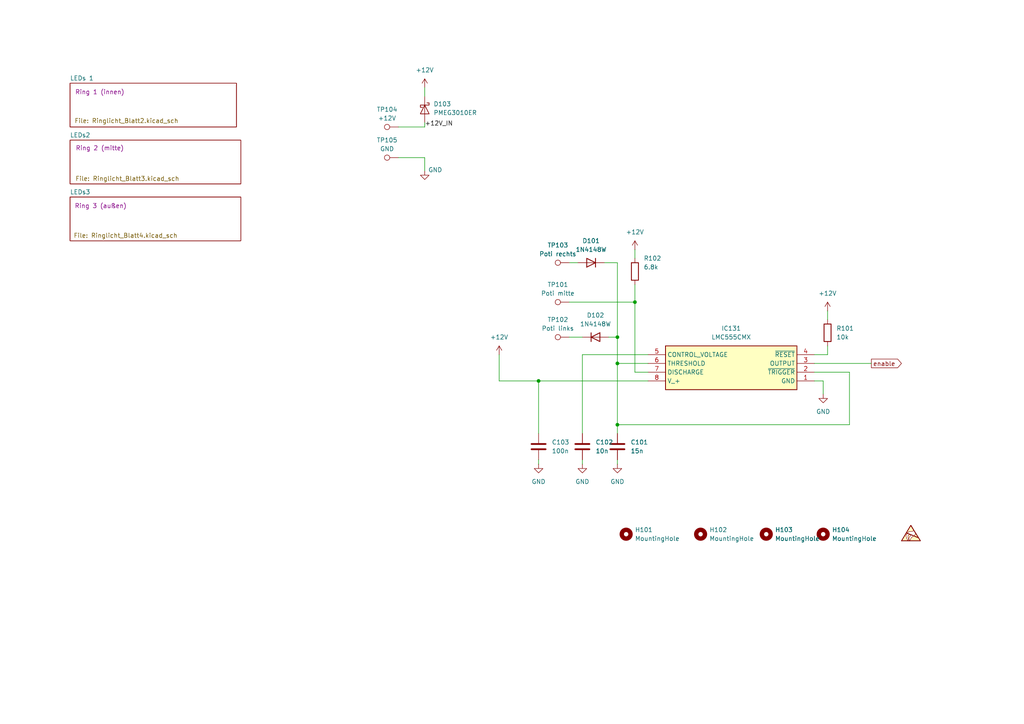
<source format=kicad_sch>
(kicad_sch (version 20250114) (generator "eeschema") (generator_version "9.0")
  (paper "A4")
  (lib_symbols
    (symbol "Connector:TestPoint" (pin_numbers (hide yes)) (pin_names (offset 0.762) (hide yes))
      (property "Reference" "TP" (at 0 6.858 0))
      (property "Value" "TestPoint" (at 0 5.08 0))
      (symbol "TestPoint_0_1"
        (circle (center 0 3.302) (radius 0.762))
      )
      (symbol "TestPoint_1_1"
        (pin passive line (at 0 0 90) (length 2.54) (name "1") (number "1"))
      )
    )
    (symbol "Device:C" (pin_numbers (hide yes)) (pin_names (offset 0.254))
      (property "Reference" "C" (at 0.635 2.54 0))
      (property "Value" "C" (at 0.635 -2.54 0))
      (symbol "C_0_1"
        (polyline (pts (xy -2.032 0.762) (xy 2.032 0.762)) (stroke (width 0.508)))
        (polyline (pts (xy -2.032 -0.762) (xy 2.032 -0.762)) (stroke (width 0.508)))
      )
      (symbol "C_1_1"
        (pin passive line (at 0 3.81 270) (length 2.794) (name "~") (number "1"))
        (pin passive line (at 0 -3.81 90) (length 2.794) (name "~") (number "2"))
      )
    )
    (symbol "Device:R" (pin_numbers (hide yes)) (pin_names (offset 0))
      (property "Reference" "R" (at 2.032 0 90))
      (property "Value" "R" (at 0 0 90))
      (symbol "R_0_1"
        (rectangle (start -1.016 -2.54) (end 1.016 2.54) (stroke (width 0.254)))
      )
      (symbol "R_1_1"
        (pin passive line (at 0 3.81 270) (length 1.27) (name "~") (number "1"))
        (pin passive line (at 0 -3.81 90) (length 1.27) (name "~") (number "2"))
      )
    )
    (symbol "Diode:1N4148W" (pin_numbers (hide yes)) (pin_names (hide yes))
      (property "Reference" "D" (at 0 2.54 0))
      (property "Value" "1N4148W" (at 0 -2.54 0))
      (symbol "1N4148W_0_1"
        (polyline (pts (xy -1.27 1.27) (xy -1.27 -1.27)) (stroke (width 0.254)))
        (polyline (pts (xy 1.27 1.27) (xy 1.27 -1.27) (xy -1.27 0) (xy 1.27 1.27)) (stroke (width 0.254)))
        (polyline (pts (xy 1.27 0) (xy -1.27 0)))
      )
      (symbol "1N4148W_1_1"
        (pin passive line (at -3.81 0 0) (length 2.54) (name "K") (number "1"))
        (pin passive line (at 3.81 0 180) (length 2.54) (name "A") (number "2"))
      )
    )
    (symbol "Diode:PMEG3010ER" (pin_numbers (hide yes)) (pin_names (hide yes))
      (property "Reference" "D" (at 0 2.54 0))
      (property "Value" "PMEG3010ER" (at 0 -2.54 0))
      (symbol "PMEG3010ER_0_1"
        (polyline (pts (xy -1.905 0.635) (xy -1.905 1.27) (xy -1.27 1.27) (xy -1.27 -1.27) (xy -0.635 -1.27) (xy -0.635 -0.635)) (stroke (width 0.2032)))
        (polyline (pts (xy 1.27 1.27) (xy 1.27 -1.27) (xy -1.27 0) (xy 1.27 1.27)) (stroke (width 0.2032)))
        (polyline (pts (xy 1.27 0) (xy -1.27 0)))
      )
      (symbol "PMEG3010ER_1_1"
        (pin passive line (at -3.81 0 0) (length 2.54) (name "K") (number "1"))
        (pin passive line (at 3.81 0 180) (length 2.54) (name "A") (number "2"))
      )
    )
    (symbol "Graphic:SYM_ESD_Small" (in_bom no) (on_board no)
      (symbol "SYM_ESD_Small_0_0"
        (polyline (pts (xy -2.667 -1.905) (xy 2.794 -1.905) (xy 0 2.54) (xy -2.667 -1.905)) (stroke (width 0.254)))
        (polyline (pts (xy -1.27 0.381) (xy 2.159 -1.016)) (stroke (width 0.254)))
        (polyline (pts (xy 2.7432 -1.905) (xy 2.7178 -1.8796) (xy 2.6162 -1.6764) (xy 2.5654 -1.6002) (xy 2.4892 -1.4986) (xy 2.4384 -1.3716) (xy 1.7526 -0.2286) (xy 1.7018 -0.127) (xy 1.6256 -0.0508) (xy 1.6002 0.0508) (xy 1.5494 0.1016) (xy 1.4986 0.2032) (xy 1.4732 0.2286) (xy 1.4732 0.2032) (xy 1.4478 0.2032) (xy 1.3208 0.0762) (xy 1.2954 0.0254) (xy 1.2954 -0.0254) (xy 1.27 -0.0762) (xy 1.2446 -0.1524) (xy 1.143 -0.254) (xy 1.0922 -0.3302) (xy 1.0414 -0.3556) (xy 0.9144 -0.4826) (xy 0.762 -0.5842) (xy 0.6604 -0.6604) (xy 0.508 -0.762) (xy 0.4572 -0.8128) (xy 0.3556 -0.8636) (xy 0.3048 -0.9144) (xy 0.2286 -0.9652) (xy 0.0762 -1.1938) (xy 0.0254 -1.2954) (xy -0.0254 -1.4224) (xy -0.0508 -1.4986) (xy -0.1016 -1.5748) (xy -0.127 -1.651) (xy -0.1778 -1.6764) (xy -0.2032 -1.7272) (xy -0.254 -1.7526) (xy -0.4064 -1.7526) (xy -0.4064 -1.7272) (xy -0.4572 -1.7018) (xy -0.4826 -1.6256) (xy -0.508 -1.524) (xy -0.508 -1.0922) (xy -0.4572 -0.889) (xy -0.4064 -0.8128) (xy -0.254 -0.6604) (xy -0.2032 -0.5842) (xy -0.127 -0.5334) (xy -0.1016 -0.4826) (xy -0.0762 -0.4064) (xy -0.0508 -0.3556) (xy -0.0254 -0.3302) (xy -0.0254 -0.2794) (xy 0 -0.2286) (xy -0.0762 -0.1524) (xy -0.127 -0.127) (xy -0.1524 -0.0762) (xy -0.2032 -0.0508) (xy -0.2286 -0.0254) (xy -0.254 -0.0254) (xy -0.3048 -0.0762) (xy -0.3556 -0.1016) (xy -0.4318 -0.127) (xy -0.4826 -0.1524) (xy -0.5588 -0.2286) (xy -0.6096 -0.254) (xy -0.8382 -0.4826) (xy -0.8128 -0.5588) (xy -0.7874 -0.5842) (xy -0.7874 -0.8636) (xy -0.8128 -0.889) (xy -0.8128 -0.9652) (xy -0.762 -1.016) (xy -0.762 -1.0414) (xy -0.6604 -1.2954) (xy -0.6604 -1.5748) (xy -0.6858 -1.6002) (xy -0.6858 -1.6256) (xy -0.7366 -1.7018) (xy -0.8382 -1.7526) (xy -0.9144 -1.7526) (xy -0.9398 -1.7272) (xy -0.9652 -1.6764) (xy -1.016 -1.6002) (xy -1.0414 -1.524) (xy -1.143 -1.27) (xy -1.2192 -1.0414) (xy -1.27 -0.9652) (xy -1.2954 -0.889) (xy -1.3208 -0.8382) (xy -1.3208 -0.8128) (xy -1.3716 -0.7112) (xy -1.397 -0.5842) (xy -1.397 -0.4826) (xy -1.3716 -0.381) (xy -1.3208 -0.254) (xy -1.2954 -0.2032) (xy -1.1938 -0.0508) (xy -1.0414 0.1524) (xy -0.9906 0.2032) (xy -0.9652 0.254) (xy -0.9144 0.3302) (xy -0.889 0.381) (xy -0.8636 0.381) (xy -0.8128 0.508) (xy -0.6096 0.7112) (xy -0.5334 0.7366) (xy -0.508 0.762) (xy -0.4318 0.762) (xy -0.3556 0.7874) (xy -0.2286 0.8128) (xy -0.1016 0.8128) (xy 0.0508 0.8382) (xy 0.2032 0.8382) (xy 0.3048 0.8636) (xy 0.4826 0.8636) (xy 0.5334 0.889) (xy 0.5842 0.889) (xy 0.6858 0.9398) (xy 0.7112 0.9652) (xy 0.762 0.9906) (xy 0.8128 1.0414) (xy 0.8636 1.0668) (xy 0.889 1.1176) (xy 0.9144 1.143) (xy 0.9144 1.1938) (xy 0.889 1.2192) (xy 0.8636 1.27) (xy 0.8128 1.3462) (xy 0.7112 1.5494) (xy 0.635 1.651) (xy 0.5842 1.7526) (xy 0.508 1.8796) (xy 0.4572 1.9558) (xy 0.381 2.0828) (xy 0.3048 2.1844) (xy 0.254 2.286) (xy 0.2032 2.3622) (xy 0.1778 2.4384) (xy 0.1016 2.5146) (xy 0.1016 2.54) (xy 0.0762 2.5654) (xy 0.0762 2.5908) (xy 0.0254 2.5908) (xy 0.0254 2.5654) (xy -0.0254 2.5146) (xy -0.1016 2.3622) (xy -0.254 2.1336) (xy -0.3048 2.032) (xy -0.4572 1.778) (xy -0.5588 1.6256) (xy -0.762 1.27) (xy -0.889 1.0668) (xy -1.016 0.8382) (xy -1.1684 0.6096) (xy -1.3208 0.3302) (xy -1.397 0.2032) (xy -1.524 -0.0254) (xy -1.778 -0.4318) (xy -1.8796 -0.635) (xy -2.0066 -0.8128) (xy -2.1082 -0.9906) (xy -2.2098 -1.143) (xy -2.286 -1.2954) (xy -2.4384 -1.5494) (xy -2.4892 -1.651) (xy -2.5654 -1.7526) (xy -2.5908 -1.8288) (xy -2.6162 -1.8796) (xy -2.6416 -1.905) (xy -2.6416 -1.9304) (xy 2.7432 -1.9304) (xy 2.7432 -1.905)) (stroke (width 0.127)) (fill (type background)))
      )
    )
    (symbol "Mechanical:MountingHole" (pin_names (offset 1.016)) (exclude_from_sim yes) (in_bom no)
      (property "Reference" "H" (at 0 5.08 0))
      (property "Value" "MountingHole" (at 0 3.175 0))
      (symbol "MountingHole_0_1"
        (circle (center 0 0) (radius 1.27) (stroke (width 1.27)))
      )
    )
    (symbol "Treiber:LMC555CMX"
      (property "Reference" "IC" (at 44.45 7.62 0))
      (property "Value" "LMC555CMX" (at 44.45 5.08 0))
      (symbol "LMC555CMX_1_1"
        (rectangle (start 5.08 2.54) (end 43.18 -10.16) (stroke (width 0.254)) (fill (type background)))
        (pin passive line (at 0 0 0) (length 5.08) (name "GND") (number "1"))
        (pin passive line (at 0 -2.54 0) (length 5.08) (name "~{TRIGGER}") (number "2"))
        (pin passive line (at 0 -5.08 0) (length 5.08) (name "OUTPUT") (number "3"))
        (pin passive line (at 0 -7.62 0) (length 5.08) (name "~{RESET}") (number "4"))
        (pin passive line (at 48.26 0 180) (length 5.08) (name "V_+") (number "8"))
        (pin passive line (at 48.26 -2.54 180) (length 5.08) (name "DISCHARGE") (number "7"))
        (pin passive line (at 48.26 -5.08 180) (length 5.08) (name "THRESHOLD") (number "6"))
        (pin passive line (at 48.26 -7.62 180) (length 5.08) (name "CONTROL_VOLTAGE") (number "5"))
      )
    )
    (symbol "power:+12V" (power) (pin_numbers (hide yes)) (pin_names (offset 0) (hide yes))
      (property "Value" "+12V" (at 0 3.556 0))
      (symbol "+12V_0_1"
        (polyline (pts (xy -0.762 1.27) (xy 0 2.54)))
        (polyline (pts (xy 0 2.54) (xy 0.762 1.27)))
        (polyline (pts (xy 0 0) (xy 0 2.54)))
      )
      (symbol "+12V_1_1"
        (pin power_in line (at 0 0 90) (length 0) (name "~") (number "1"))
      )
    )
    (symbol "power:GND" (power) (pin_numbers (hide yes)) (pin_names (offset 0) (hide yes))
      (property "Value" "GND" (at 0 -3.81 0))
      (symbol "GND_0_1"
        (polyline (pts (xy 0 0) (xy 0 -1.27) (xy 1.27 -1.27) (xy 0 -2.54) (xy -1.27 -1.27) (xy 0 -1.27)))
      )
      (symbol "GND_1_1"
        (pin power_in line (at 0 0 270) (length 0) (name "~") (number "1"))
      )
    )
  )
  (junction (at 156.21 110.49))
  (junction (at 179.07 123.19))
  (junction (at 184.15 87.63))
  (junction (at 179.07 105.41))
  (junction (at 179.07 97.79))
  (wire (pts (xy 179.07 105.41) (xy 187.96 105.41)))
  (wire (pts (xy 167.64 76.2) (xy 165.1 76.2)))
  (wire (pts (xy 184.15 107.95) (xy 187.96 107.95)))
  (wire (pts (xy 236.22 110.49) (xy 238.76 110.49)))
  (wire (pts (xy 184.15 82.55) (xy 184.15 87.63)))
  (wire (pts (xy 144.78 102.87) (xy 144.78 110.49)))
  (wire (pts (xy 246.38 123.19) (xy 179.07 123.19)))
  (wire (pts (xy 165.1 87.63) (xy 184.15 87.63)))
  (wire (pts (xy 238.76 110.49) (xy 238.76 114.3)))
  (wire (pts (xy 179.07 76.2) (xy 175.26 76.2)))
  (wire (pts (xy 123.19 36.83) (xy 123.19 35.56)))
  (wire (pts (xy 240.03 102.87) (xy 236.22 102.87)))
  (wire (pts (xy 123.19 25.4) (xy 123.19 27.94)))
  (wire (pts (xy 168.91 102.87) (xy 168.91 125.73)))
  (wire (pts (xy 168.91 97.79) (xy 165.1 97.79)))
  (wire (pts (xy 168.91 133.35) (xy 168.91 134.62)))
  (wire (pts (xy 179.07 76.2) (xy 179.07 97.79)))
  (wire (pts (xy 115.57 45.72) (xy 123.19 45.72)))
  (wire (pts (xy 179.07 133.35) (xy 179.07 134.62)))
  (wire (pts (xy 176.53 97.79) (xy 179.07 97.79)))
  (wire (pts (xy 246.38 107.95) (xy 246.38 123.19)))
  (wire (pts (xy 156.21 110.49) (xy 156.21 125.73)))
  (wire (pts (xy 236.22 105.41) (xy 252.73 105.41)))
  (wire (pts (xy 156.21 110.49) (xy 187.96 110.49)))
  (wire (pts (xy 179.07 123.19) (xy 179.07 125.73)))
  (wire (pts (xy 179.07 97.79) (xy 179.07 105.41)))
  (wire (pts (xy 240.03 90.17) (xy 240.03 92.71)))
  (wire (pts (xy 184.15 87.63) (xy 184.15 107.95)))
  (wire (pts (xy 184.15 72.39) (xy 184.15 74.93)))
  (wire (pts (xy 115.57 36.83) (xy 123.19 36.83)))
  (wire (pts (xy 156.21 134.62) (xy 156.21 133.35)))
  (wire (pts (xy 144.78 110.49) (xy 156.21 110.49)))
  (wire (pts (xy 236.22 107.95) (xy 246.38 107.95)))
  (wire (pts (xy 179.07 123.19) (xy 179.07 105.41)))
  (wire (pts (xy 240.03 100.33) (xy 240.03 102.87)))
  (wire (pts (xy 123.19 45.72) (xy 123.19 49.53)))
  (wire (pts (xy 187.96 102.87) (xy 168.91 102.87)))
  (label "+12V_IN" (at 123.19 36.83 0))
  (global_label "enable" (shape output) (at 252.73 105.41 0) (property "Intersheetrefs" "${INTERSHEET_REFS}" (effects (hide yes))))
  (symbol (lib_id "Connector:TestPoint") (at 165.1 87.63 90) (unit 1) (exclude_from_sim yes)
    (property "Reference" "TP101" (at 161.798 82.55 90))
    (property "Value" "Poti mitte" (at 161.798 85.09 90))
    (property "Footprint" "TestPoint:TestPoint_Pad_2.0x2.0mm" (effects (hide yes)))
    (property "Description" "test point" (effects (hide yes)))
  )
  (symbol (lib_id "Connector:TestPoint") (at 115.57 36.83 90) (unit 1) (exclude_from_sim yes)
    (property "Reference" "TP104" (at 112.268 31.75 90))
    (property "Value" "+12V" (at 112.268 34.29 90))
    (property "Footprint" "TestPoint:TestPoint_Pad_2.0x2.0mm" (effects (hide yes)))
    (property "Description" "test point" (effects (hide yes)))
  )
  (symbol (lib_id "power:GND") (at 179.07 134.62 0) (unit 1)
    (property "Reference" "#PWR0195" (effects (hide yes)))
    (property "Value" "GND" (at 179.07 139.7 0))
    (property "Description" "Power symbol creates a global label with name \"GND\" , ground" (effects (hide yes)))
  )
  (symbol (lib_id "Diode:1N4148W") (at 172.72 97.79 0) (unit 1)
    (property "Reference" "D102" (at 172.72 91.44 0))
    (property "Value" "1N4148W" (at 172.72 93.98 0))
    (property "Footprint" "Diode_SMD:D_SOD-123" (effects (hide yes)))
    (property "Datasheet" "https://www.vishay.com/docs/85748/1n4148w.pdf" (effects (hide yes)))
    (property "Description" "75V 0.15A Fast Switching Diode, SOD-123" (effects (hide yes)))
    (property "Sim.Device" "SUBCKT" (effects (hide yes)))
    (property "Sim.Pins" "1=1 2=2" (effects (hide yes)))
    (property "Sim.Library" "Lib\\TLC555.LIB" (effects (hide yes)))
    (property "Sim.Name" "1N4148" (effects (hide yes)))
  )
  (symbol (lib_id "power:GND") (at 168.91 134.62 0) (unit 1)
    (property "Reference" "#PWR0196" (effects (hide yes)))
    (property "Value" "GND" (at 168.91 139.7 0))
    (property "Description" "Power symbol creates a global label with name \"GND\" , ground" (effects (hide yes)))
  )
  (symbol (lib_id "Device:R") (at 184.15 78.74 0) (unit 1)
    (property "Reference" "R102" (at 186.69 74.9299 0) (effects (justify left)))
    (property "Value" "6.8k" (at 186.69 77.4699 0) (effects (justify left)))
    (property "Footprint" "Resistor_SMD:R_0603_1608Metric" (effects (hide yes)))
    (property "Description" "Resistor" (effects (hide yes)))
    (property "Sim.Device" "R" (effects (hide yes)))
    (property "Sim.Pins" "1=+ 2=-" (effects (hide yes)))
  )
  (symbol (lib_id "Mechanical:MountingHole") (at 238.76 154.94 0) (unit 1) (exclude_from_sim yes) (in_bom no)
    (property "Reference" "H104" (at 241.3 153.6699 0) (effects (justify left)))
    (property "Value" "MountingHole" (at 241.3 156.2099 0) (effects (justify left)))
    (property "Footprint" "MountingHole:MountingHole_2.1mm" (effects (hide yes)))
    (property "Description" "Mounting Hole without connection" (effects (hide yes)))
  )
  (symbol (lib_id "Mechanical:MountingHole") (at 203.2 154.94 0) (unit 1) (exclude_from_sim yes) (in_bom no)
    (property "Reference" "H102" (at 205.74 153.6699 0) (effects (justify left)))
    (property "Value" "MountingHole" (at 205.74 156.2099 0) (effects (justify left)))
    (property "Footprint" "MountingHole:MountingHole_2.1mm" (effects (hide yes)))
    (property "Description" "Mounting Hole without connection" (effects (hide yes)))
  )
  (symbol (lib_id "Device:C") (at 168.91 129.54 0) (unit 1)
    (property "Reference" "C102" (at 172.72 128.2699 0) (effects (justify left)))
    (property "Value" "10n" (at 172.72 130.8099 0) (effects (justify left)))
    (property "Footprint" "Capacitor_SMD:C_0603_1608Metric" (effects (hide yes)))
    (property "Description" "Unpolarized capacitor" (effects (hide yes)))
    (property "Sim.Device" "C" (effects (hide yes)))
    (property "Sim.Pins" "1=+ 2=-" (effects (hide yes)))
  )
  (symbol (lib_id "Mechanical:MountingHole") (at 222.25 154.94 0) (unit 1) (exclude_from_sim yes) (in_bom no)
    (property "Reference" "H103" (at 224.79 153.6699 0) (effects (justify left)))
    (property "Value" "MountingHole" (at 224.79 156.2099 0) (effects (justify left)))
    (property "Footprint" "MountingHole:MountingHole_2.1mm" (effects (hide yes)))
    (property "Description" "Mounting Hole without connection" (effects (hide yes)))
  )
  (symbol (lib_id "power:+12V") (at 144.78 102.87 0) (unit 1)
    (property "Reference" "#PWR0194" (effects (hide yes)))
    (property "Value" "+12V" (at 144.78 97.79 0))
    (property "Description" "Power symbol creates a global label with name \"+12V\"" (effects (hide yes)))
  )
  (symbol (lib_id "power:+12V") (at 240.03 90.17 0) (unit 1)
    (property "Reference" "#PWR0198" (effects (hide yes)))
    (property "Value" "+12V" (at 240.03 85.09 0))
    (property "Description" "Power symbol creates a global label with name \"+12V\"" (effects (hide yes)))
  )
  (symbol (lib_id "Mechanical:MountingHole") (at 181.61 154.94 0) (unit 1) (exclude_from_sim yes) (in_bom no)
    (property "Reference" "H101" (at 184.15 153.6699 0) (effects (justify left)))
    (property "Value" "MountingHole" (at 184.15 156.2099 0) (effects (justify left)))
    (property "Footprint" "MountingHole:MountingHole_2.1mm" (effects (hide yes)))
    (property "Description" "Mounting Hole without connection" (effects (hide yes)))
  )
  (symbol (lib_id "Connector:TestPoint") (at 165.1 76.2 90) (unit 1) (exclude_from_sim yes)
    (property "Reference" "TP103" (at 161.798 71.12 90))
    (property "Value" "Poti rechts" (at 161.798 73.66 90))
    (property "Footprint" "TestPoint:TestPoint_Pad_2.0x2.0mm" (effects (hide yes)))
    (property "Description" "test point" (effects (hide yes)))
  )
  (symbol (lib_id "power:+12V") (at 184.15 72.39 0) (unit 1)
    (property "Reference" "#PWR0199" (effects (hide yes)))
    (property "Value" "+12V" (at 184.15 67.31 0))
    (property "Description" "Power symbol creates a global label with name \"+12V\"" (effects (hide yes)))
  )
  (symbol (lib_id "Diode:1N4148W") (at 171.45 76.2 180) (unit 1)
    (property "Reference" "D101" (at 171.45 69.85 0))
    (property "Value" "1N4148W" (at 171.45 72.39 0))
    (property "Footprint" "Diode_SMD:D_SOD-123" (effects (hide yes)))
    (property "Datasheet" "https://www.vishay.com/docs/85748/1n4148w.pdf" (effects (hide yes)))
    (property "Description" "75V 0.15A Fast Switching Diode, SOD-123" (effects (hide yes)))
    (property "Sim.Device" "SUBCKT" (effects (hide yes)))
    (property "Sim.Pins" "1=1 2=2" (effects (hide yes)))
    (property "Sim.Library" "Lib\\TLC555.LIB" (effects (hide yes)))
    (property "Sim.Name" "1N4148" (effects (hide yes)))
  )
  (symbol (lib_id "Device:R") (at 240.03 96.52 0) (unit 1)
    (property "Reference" "R101" (at 242.57 95.2499 0) (effects (justify left)))
    (property "Value" "10k" (at 242.57 97.7899 0) (effects (justify left)))
    (property "Footprint" "Resistor_SMD:R_0603_1608Metric" (effects (hide yes)))
    (property "Description" "Resistor" (effects (hide yes)))
    (property "Sim.Device" "R" (effects (hide yes)))
    (property "Sim.Pins" "1=+ 2=-" (effects (hide yes)))
  )
  (symbol (lib_id "Graphic:SYM_ESD_Small") (at 264.16 154.94 0) (unit 1) (exclude_from_sim yes) (in_bom no) (on_board no)
    (property "Reference" "#SYM101" (effects (hide yes)))
    (property "Value" "SYM_ESD_Small" (effects (hide yes)))
    (property "Description" "ESD warning/\"Do not touch\" symbol, small" (effects (hide yes)))
  )
  (symbol (lib_id "power:+12V") (at 123.19 25.4 0) (unit 1)
    (property "Reference" "#PWR0191" (effects (hide yes)))
    (property "Value" "+12V" (at 123.19 20.32 0))
    (property "Description" "Power symbol creates a global label with name \"+12V\"" (effects (hide yes)))
  )
  (symbol (lib_id "Device:C") (at 179.07 129.54 0) (unit 1)
    (property "Reference" "C101" (at 182.88 128.2699 0) (effects (justify left)))
    (property "Value" "15n" (at 182.88 130.8099 0) (effects (justify left)))
    (property "Footprint" "Capacitor_SMD:C_0603_1608Metric" (effects (hide yes)))
    (property "Description" "Unpolarized capacitor" (effects (hide yes)))
    (property "Sim.Device" "C" (effects (hide yes)))
    (property "Sim.Pins" "1=+ 2=-" (effects (hide yes)))
  )
  (symbol (lib_id "Device:C") (at 156.21 129.54 0) (unit 1)
    (property "Reference" "C103" (at 160.02 128.2699 0) (effects (justify left)))
    (property "Value" "100n" (at 160.02 130.8099 0) (effects (justify left)))
    (property "Footprint" "Capacitor_SMD:C_0603_1608Metric" (effects (hide yes)))
    (property "Description" "Unpolarized capacitor" (effects (hide yes)))
    (property "Sim.Device" "C" (effects (hide yes)))
    (property "Sim.Pins" "1=+ 2=-" (effects (hide yes)))
  )
  (symbol (lib_id "Diode:PMEG3010ER") (at 123.19 31.75 270) (unit 1)
    (property "Reference" "D103" (at 125.73 30.1624 90) (effects (justify left)))
    (property "Value" "PMEG3010ER" (at 125.73 32.7024 90) (effects (justify left)))
    (property "Footprint" "Diode_SMD:Nexperia_CFP3_SOD-123W" (effects (hide yes)))
    (property "Datasheet" "https://assets.nexperia.com/documents/data-sheet/PMEG3010ER.pdf" (effects (hide yes)))
    (property "Description" "30V, 1A low Vf MEGA Schottky barrier rectifier, SOD-123W" (effects (hide yes)))
    (property "Sim.Library" "Lib\\PMEG3010ER.lib" (effects (hide yes)))
    (property "Sim.Name" "PMEG3010ER" (effects (hide yes)))
    (property "Sim.Device" "SUBCKT" (effects (hide yes)))
    (property "Sim.Pins" "1=1 2=2" (effects (hide yes)))
  )
  (symbol (lib_id "power:GND") (at 238.76 114.3 0) (unit 1)
    (property "Reference" "#PWR0193" (effects (hide yes)))
    (property "Value" "GND" (at 238.76 119.38 0))
    (property "Description" "Power symbol creates a global label with name \"GND\" , ground" (effects (hide yes)))
  )
  (symbol (lib_id "power:GND") (at 156.21 134.62 0) (unit 1)
    (property "Reference" "#PWR0197" (effects (hide yes)))
    (property "Value" "GND" (at 156.21 139.7 0))
    (property "Description" "Power symbol creates a global label with name \"GND\" , ground" (effects (hide yes)))
  )
  (symbol (lib_id "Treiber:LMC555CMX") (at 236.22 110.49 180) (unit 1)
    (property "Reference" "IC131" (at 212.09 95.25 0))
    (property "Value" "LMC555CMX" (at 212.09 97.79 0))
    (property "Footprint" "SOIC127P600X175-8N" (effects (hide yes)))
    (property "Datasheet" "https://www.ti.com/lit/ds/symlink/lmc555.pdf?ts=1600257952630&ref_url=https%253A%252F%252Fwww.ti.com%252Fsitesearch%252Fdocs%252Funiversalsearch.tsp%253FsearchTerm%253DLMC555CMX" (effects (hide yes)))
    (property "Description" "Standard Timer Single -40C 85C 8-Pin SOIC T/R" (effects (hide yes)))
    (property "Height" "1.75" (effects (hide yes)))
    (property "Mouser Part Number" "926-LMC555CMX" (effects (hide yes)))
    (property "Mouser Price/Stock" "https://www.mouser.co.uk/ProductDetail/Texas-Instruments/LMC555CMX?qs=QbsRYf82W3Ha3wYaSJZP9Q%3D%3D" (effects (hide yes)))
    (property "Manufacturer_Name" "Texas Instruments" (effects (hide yes)))
    (property "Manufacturer_Part_Number" "LMC555CMX" (effects (hide yes)))
    (property "Sim.Library" "Lib\\TLC555.LIB" (effects (hide yes)))
    (property "Sim.Name" "TLC555" (effects (hide yes)))
    (property "Sim.Device" "SUBCKT" (effects (hide yes)))
    (property "Sim.Pins" "1=GND 2=TRIG 3=OUT 4=RESET 5=CONT 6=THRES 7=DISC 8=VCC" (effects (hide yes)))
  )
  (symbol (lib_id "power:GND") (at 123.19 49.53 0) (unit 1)
    (property "Reference" "#PWR0192" (effects (hide yes)))
    (property "Value" "GND" (at 126.238 49.276 0))
    (property "Description" "Power symbol creates a global label with name \"GND\" , ground" (effects (hide yes)))
  )
  (symbol (lib_id "Connector:TestPoint") (at 165.1 97.79 90) (unit 1) (exclude_from_sim yes)
    (property "Reference" "TP102" (at 161.798 92.71 90))
    (property "Value" "Poti links" (at 161.798 95.25 90))
    (property "Footprint" "TestPoint:TestPoint_Pad_2.0x2.0mm" (effects (hide yes)))
    (property "Description" "test point" (effects (hide yes)))
  )
  (symbol (lib_id "Connector:TestPoint") (at 115.57 45.72 90) (unit 1) (exclude_from_sim yes)
    (property "Reference" "TP105" (at 112.268 40.64 90))
    (property "Value" "GND" (at 112.268 43.18 90))
    (property "Footprint" "TestPoint:TestPoint_Pad_2.0x2.0mm" (effects (hide yes)))
    (property "Description" "test point" (effects (hide yes)))
  )
  (sheet (at 20.32 57.15) (size 49.53 12.7) (stroke (width 0.1524))
    (property "Sheetname" "LEDs3" (at 20.32 56.4384 0) (effects (justify left bottom)))
    (property "Sheetfile" "Ringlicht_Blatt4.kicad_sch" (at 21.336 67.564 0) (effects (justify left top)))
    (property "Field2" "Ring 3 (außen)" (at 29.21 59.69 0))
  )
  (sheet (at 20.32 40.64) (size 49.53 12.7) (stroke (width 0.1524))
    (property "Sheetname" "LEDs2" (at 20.32 39.9284 0) (effects (justify left bottom)))
    (property "Sheetfile" "Ringlicht_Blatt3.kicad_sch" (at 21.844 51.054 0) (effects (justify left top)))
    (property "Field2" "Ring 2 (mitte)" (at 28.956 42.926 0))
  )
  (sheet (at 20.32 24.13) (size 48.26 12.7) (stroke (width 0.1524))
    (property "Sheetname" "LEDs 1" (at 20.32 23.4184 0) (effects (justify left bottom)))
    (property "Sheetfile" "Ringlicht_Blatt2.kicad_sch" (at 21.59 34.29 0) (effects (justify left top)))
    (property "Field2" "Ring 1 (innen)" (at 28.956 26.67 0))
  )
)
</source>
